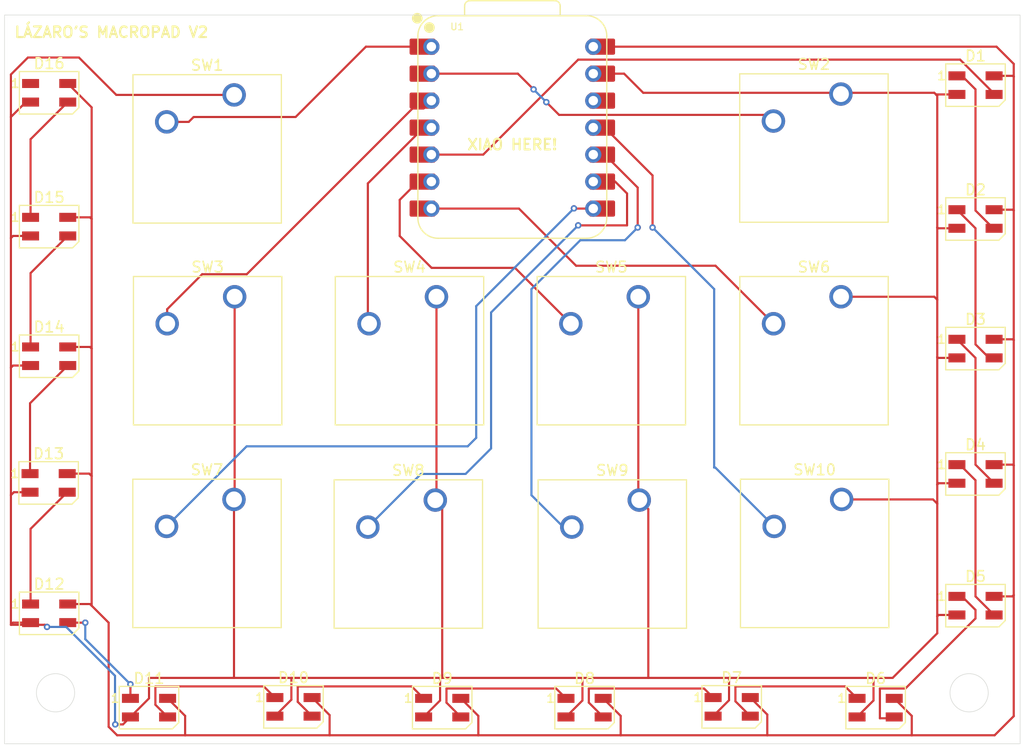
<source format=kicad_pcb>
(kicad_pcb (version 20241229) (generator "pcbnew") (generator_version "9.0")
  (layers (0 "F.Cu" signal) (2 "B.Cu" signal) (13 "F.Paste" user) (15 "B.Paste" user) (5 "F.SilkS" user "F.Silkscreen") (7 "B.SilkS" user "B.Silkscreen") (1 "F.Mask" user) (3 "B.Mask" user) (25 "Edge.Cuts" user))
  (net 0 "")
  (net 1 "Net-(D1-DIN)")
  (net 2 "Net-(D1-DOUT)")
  (net 3 "+5V")
  (net 4 "GND")
  (net 5 "Net-(D2-DOUT)")
  (net 6 "Net-(U1-GPIO1{slash}RX)")
  (net 7 "Net-(U1-GPIO2{slash}SCK)")
  (net 8 "Net-(U1-GPIO4{slash}MISO)")
  (net 9 "Net-(U1-GPIO3{slash}MOSI)")
  (net 10 "Net-(D3-DOUT)")
  (net 11 "Net-(D4-DOUT)")
  (net 12 "Net-(D5-DOUT)")
  (net 13 "Net-(D6-DOUT)")
  (net 14 "Net-(D7-DOUT)")
  (net 16 "Net-(D8-DOUT)")
  (net 17 "Net-(D10-DIN)")
  (net 18 "Net-(D10-DOUT)")
  (net 19 "Net-(D11-DOUT)")
  (net 20 "Net-(D12-DOUT)")
  (net 21 "Net-(D13-DOUT)")
  (net 22 "Net-(D14-DOUT)")
  (net 23 "Net-(D15-DOUT)")
  (net 25 "Net-(U1-GPIO26{slash}ADC0{slash}A0)")
  (net 26 "Net-(U1-GPIO27{slash}ADC1{slash}A1)")
  (net 27 "Net-(U1-GPIO28{slash}ADC2{slash}A2)")
  (net 28 "Net-(U1-GPIO29{slash}ADC3{slash}A3)")
  (net 29 "Net-(U1-GPIO7{slash}SCL)")
  (net 30 "Net-(U1-GPIO0{slash}TX)")
  (footprint "LED_SMD:LED_SK6812MINI_PLCC4_3.5x3.5mm_P1.75mm" (layer "F.Cu") (at 190.6 102.3)
    (property "Reference" "D3" (at 0 -2.75 0) (layer "F.SilkS"))
    (property "Value" "SK6812MINI")
    (fp_text user "1" (at -3.2 -0.875 0) (layer "F.SilkS") (effects (font (size 0.8 0.8))))
    (pad "1" smd rect (at -1.75 -0.875) (size 1.6 0.85) (layers "F.Cu" "F.Mask" "F.Paste") (net 10 "Net-(D3-DOUT)"))
    (pad "2" smd rect (at -1.75 0.875) (size 1.6 0.85) (layers "F.Cu" "F.Mask" "F.Paste") (net 4 "GND"))
    (pad "3" smd rect (at 1.75 0.875) (size 1.6 0.85) (layers "F.Cu" "F.Mask" "F.Paste") (net 5 "Net-(D2-DOUT)"))
    (pad "4" smd rect (at 1.75 -0.875) (size 1.6 0.85) (layers "F.Cu" "F.Mask" "F.Paste") (net 3 "+5V"))
  )
  (footprint "LED_SMD:LED_SK6812MINI_PLCC4_3.5x3.5mm_P1.75mm" (layer "F.Cu") (at 126.4 136.025)
    (property "Reference" "D10" (at 0 -2.75 0) (layer "F.SilkS"))
    (property "Value" "SK6812MINI")
    (fp_text user "1" (at -3.2 -0.875 0) (layer "F.SilkS") (effects (font (size 0.8 0.8))))
    (pad "1" smd rect (at -1.75 -0.875) (size 1.6 0.85) (layers "F.Cu" "F.Mask" "F.Paste") (net 18 "Net-(D10-DOUT)"))
    (pad "2" smd rect (at -1.75 0.875) (size 1.6 0.85) (layers "F.Cu" "F.Mask" "F.Paste") (net 4 "GND"))
    (pad "3" smd rect (at 1.75 0.875) (size 1.6 0.85) (layers "F.Cu" "F.Mask" "F.Paste") (net 17 "Net-(D10-DIN)"))
    (pad "4" smd rect (at 1.75 -0.875) (size 1.6 0.85) (layers "F.Cu" "F.Mask" "F.Paste") (net 3 "+5V"))
  )
  (footprint "Seeed Studio XIAO Series Library:XIAO-RP2040-DIP" (layer "F.Cu") (at 147 81.5)
    (property "Reference" "U1" (at -5.2 -9.5 0) (layer "F.SilkS") (effects (font (size 0.635 0.635) (thickness 0.1016))))
    (property "Value" "XIAO-RP2040-DIP")
    (pad "1" smd roundrect (at -8.455 -7.62 180) (size 2.432 1.524) (layers "F.Cu" "F.Mask") (roundrect_rratio 0.1) (net 25 "Net-(U1-GPIO26{slash}ADC0{slash}A0)"))
    (pad "1" thru_hole circle (at -7.62 -7.62 180) (size 1.524 1.524) (drill 0.889) (layers "*.Cu" "*.Mask") (net 25 "Net-(U1-GPIO26{slash}ADC0{slash}A0)"))
    (pad "2" smd roundrect (at -8.455 -5.08 180) (size 2.432 1.524) (layers "F.Cu" "F.Mask") (roundrect_rratio 0.1) (net 26 "Net-(U1-GPIO27{slash}ADC1{slash}A1)"))
    (pad "2" thru_hole circle (at -7.62 -5.08 180) (size 1.524 1.524) (drill 0.889) (layers "*.Cu" "*.Mask") (net 26 "Net-(U1-GPIO27{slash}ADC1{slash}A1)"))
    (pad "3" smd roundrect (at -8.455 -2.54 180) (size 2.432 1.524) (layers "F.Cu" "F.Mask") (roundrect_rratio 0.1) (net 27 "Net-(U1-GPIO28{slash}ADC2{slash}A2)"))
    (pad "3" thru_hole circle (at -7.62 -2.54 180) (size 1.524 1.524) (drill 0.889) (layers "*.Cu" "*.Mask") (net 27 "Net-(U1-GPIO28{slash}ADC2{slash}A2)"))
    (pad "4" smd roundrect (at -8.455 0 180) (size 2.432 1.524) (layers "F.Cu" "F.Mask") (roundrect_rratio 0.1) (net 28 "Net-(U1-GPIO29{slash}ADC3{slash}A3)"))
    (pad "4" thru_hole circle (at -7.62 0 180) (size 1.524 1.524) (drill 0.889) (layers "*.Cu" "*.Mask") (net 28 "Net-(U1-GPIO29{slash}ADC3{slash}A3)"))
    (pad "5" smd roundrect (at -8.455 2.54 180) (size 2.432 1.524) (layers "F.Cu" "F.Mask") (roundrect_rratio 0.1) (net 1 "Net-(D1-DIN)"))
    (pad "5" thru_hole circle (at -7.62 2.54 180) (size 1.524 1.524) (drill 0.889) (layers "*.Cu" "*.Mask") (net 1 "Net-(D1-DIN)"))
    (pad "6" smd roundrect (at -8.455 5.08 180) (size 2.432 1.524) (layers "F.Cu" "F.Mask") (roundrect_rratio 0.1) (net 29 "Net-(U1-GPIO7{slash}SCL)"))
    (pad "6" thru_hole circle (at -7.62 5.08 180) (size 1.524 1.524) (drill 0.889) (layers "*.Cu" "*.Mask") (net 29 "Net-(U1-GPIO7{slash}SCL)"))
    (pad "7" smd roundrect (at -8.455 7.62 180) (size 2.432 1.524) (layers "F.Cu" "F.Mask") (roundrect_rratio 0.1) (net 30 "Net-(U1-GPIO0{slash}TX)"))
    (pad "7" thru_hole circle (at -7.62 7.62 180) (size 1.524 1.524) (drill 0.889) (layers "*.Cu" "*.Mask") (net 30 "Net-(U1-GPIO0{slash}TX)"))
    (pad "8" thru_hole circle (at 7.62 7.62) (size 1.524 1.524) (drill 0.889) (layers "*.Cu" "*.Mask") (net 6 "Net-(U1-GPIO1{slash}RX)"))
    (pad "8" smd roundrect (at 8.455 7.62) (size 2.432 1.524) (layers "F.Cu" "F.Mask") (roundrect_rratio 0.1) (net 6 "Net-(U1-GPIO1{slash}RX)"))
    (pad "9" thru_hole circle (at 7.62 5.08) (size 1.524 1.524) (drill 0.889) (layers "*.Cu" "*.Mask") (net 7 "Net-(U1-GPIO2{slash}SCK)"))
    (pad "9" smd roundrect (at 8.455 5.08) (size 2.432 1.524) (layers "F.Cu" "F.Mask") (roundrect_rratio 0.1) (net 7 "Net-(U1-GPIO2{slash}SCK)"))
    (pad "10" thru_hole circle (at 7.62 2.54) (size 1.524 1.524) (drill 0.889) (layers "*.Cu" "*.Mask") (net 8 "Net-(U1-GPIO4{slash}MISO)"))
    (pad "10" smd roundrect (at 8.455 2.54) (size 2.432 1.524) (layers "F.Cu" "F.Mask") (roundrect_rratio 0.1) (net 8 "Net-(U1-GPIO4{slash}MISO)"))
    (pad "11" thru_hole circle (at 7.62 0) (size 1.524 1.524) (drill 0.889) (layers "*.Cu" "*.Mask") (net 9 "Net-(U1-GPIO3{slash}MOSI)"))
    (pad "11" smd roundrect (at 8.455 0) (size 2.432 1.524) (layers "F.Cu" "F.Mask") (roundrect_rratio 0.1) (net 9 "Net-(U1-GPIO3{slash}MOSI)"))
    (pad "12" thru_hole circle (at 7.62 -2.54) (size 1.524 1.524) (drill 0.889) (layers "*.Cu" "*.Mask"))
    (pad "12" smd roundrect (at 8.455 -2.54) (size 2.432 1.524) (layers "F.Cu" "F.Mask") (roundrect_rratio 0.1))
    (pad "13" thru_hole circle (at 7.62 -5.08) (size 1.524 1.524) (drill 0.889) (layers "*.Cu" "*.Mask") (net 4 "GND"))
    (pad "13" smd roundrect (at 8.455 -5.08) (size 2.432 1.524) (layers "F.Cu" "F.Mask") (roundrect_rratio 0.1) (net 4 "GND"))
    (pad "14" thru_hole circle (at 7.62 -7.62) (size 1.524 1.524) (drill 0.889) (layers "*.Cu" "*.Mask") (net 3 "+5V"))
    (pad "14" smd roundrect (at 8.455 -7.62) (size 2.432 1.524) (layers "F.Cu" "F.Mask") (roundrect_rratio 0.1) (net 3 "+5V"))
  )
  (footprint "Button_Switch_Keyboard:SW_Cherry_MX_1.00u_PCB" (layer "F.Cu") (at 177.93 78.34)
    (property "Reference" "SW2" (at -2.54 -2.794 0) (layer "F.SilkS"))
    (property "Value" "SW_Push")
    (pad "" np_thru_hole circle (at -7.62 5.08) (size 1.7 1.7) (drill 1.7) (layers "*.Cu" "*.Mask"))
    (pad "" np_thru_hole circle (at -2.54 5.08) (size 4 4) (drill 4) (layers "*.Cu" "*.Mask"))
    (pad "" np_thru_hole circle (at 2.54 5.08) (size 1.7 1.7) (drill 1.7) (layers "*.Cu" "*.Mask"))
    (pad "1" thru_hole circle (at 0 0) (size 2.2 2.2) (drill 1.5) (layers "*.Cu" "*.Mask") (net 4 "GND"))
    (pad "2" thru_hole circle (at -6.35 2.54) (size 2.2 2.2) (drill 1.5) (layers "*.Cu" "*.Mask") (net 26 "Net-(U1-GPIO27{slash}ADC1{slash}A1)"))
  )
  (footprint "LED_SMD:LED_SK6812MINI_PLCC4_3.5x3.5mm_P1.75mm" (layer "F.Cu") (at 190.6 126.5)
    (property "Reference" "D5" (at 0 -2.75 0) (layer "F.SilkS"))
    (property "Value" "SK6812MINI")
    (fp_text user "1" (at -3.2 -0.875 0) (layer "F.SilkS") (effects (font (size 0.8 0.8))))
    (pad "1" smd rect (at -1.75 -0.875) (size 1.6 0.85) (layers "F.Cu" "F.Mask" "F.Paste") (net 12 "Net-(D5-DOUT)"))
    (pad "2" smd rect (at -1.75 0.875) (size 1.6 0.85) (layers "F.Cu" "F.Mask" "F.Paste") (net 4 "GND"))
    (pad "3" smd rect (at 1.75 0.875) (size 1.6 0.85) (layers "F.Cu" "F.Mask" "F.Paste") (net 11 "Net-(D4-DOUT)"))
    (pad "4" smd rect (at 1.75 -0.875) (size 1.6 0.85) (layers "F.Cu" "F.Mask" "F.Paste") (net 3 "+5V"))
  )
  (footprint "LED_SMD:LED_SK6812MINI_PLCC4_3.5x3.5mm_P1.75mm" (layer "F.Cu") (at 103.35 114.945)
    (property "Reference" "D13" (at 0 -2.75 0) (layer "F.SilkS"))
    (property "Value" "SK6812MINI")
    (fp_text user "1" (at -3.2 -0.875 0) (layer "F.SilkS") (effects (font (size 0.8 0.8))))
    (pad "1" smd rect (at -1.75 -0.875) (size 1.6 0.85) (layers "F.Cu" "F.Mask" "F.Paste") (net 21 "Net-(D13-DOUT)"))
    (pad "2" smd rect (at -1.75 0.875) (size 1.6 0.85) (layers "F.Cu" "F.Mask" "F.Paste") (net 4 "GND"))
    (pad "3" smd rect (at 1.75 0.875) (size 1.6 0.85) (layers "F.Cu" "F.Mask" "F.Paste") (net 20 "Net-(D12-DOUT)"))
    (pad "4" smd rect (at 1.75 -0.875) (size 1.6 0.85) (layers "F.Cu" "F.Mask" "F.Paste") (net 3 "+5V"))
  )
  (footprint "Button_Switch_Keyboard:SW_Cherry_MX_1.00u_PCB" (layer "F.Cu") (at 120.86 97.42)
    (property "Reference" "SW3" (at -2.54 -2.794 0) (layer "F.SilkS"))
    (property "Value" "SW_Push")
    (pad "" np_thru_hole circle (at -7.62 5.08) (size 1.7 1.7) (drill 1.7) (layers "*.Cu" "*.Mask"))
    (pad "" np_thru_hole circle (at -2.54 5.08) (size 4 4) (drill 4) (layers "*.Cu" "*.Mask"))
    (pad "" np_thru_hole circle (at 2.54 5.08) (size 1.7 1.7) (drill 1.7) (layers "*.Cu" "*.Mask"))
    (pad "1" thru_hole circle (at 0 0) (size 2.2 2.2) (drill 1.5) (layers "*.Cu" "*.Mask") (net 4 "GND"))
    (pad "2" thru_hole circle (at -6.35 2.54) (size 2.2 2.2) (drill 1.5) (layers "*.Cu" "*.Mask") (net 27 "Net-(U1-GPIO28{slash}ADC2{slash}A2)"))
  )
  (footprint "LED_SMD:LED_SK6812MINI_PLCC4_3.5x3.5mm_P1.75mm" (layer "F.Cu") (at 140.4 136.1)
    (property "Reference" "D9" (at 0 -2.75 0) (layer "F.SilkS"))
    (property "Value" "SK6812MINI")
    (fp_text user "1" (at -3.2 -0.875 0) (layer "F.SilkS") (effects (font (size 0.8 0.8))))
    (pad "1" smd rect (at -1.75 -0.875) (size 1.6 0.85) (layers "F.Cu" "F.Mask" "F.Paste") (net 17 "Net-(D10-DIN)"))
    (pad "2" smd rect (at -1.75 0.875) (size 1.6 0.85) (layers "F.Cu" "F.Mask" "F.Paste") (net 4 "GND"))
    (pad "3" smd rect (at 1.75 0.875) (size 1.6 0.85) (layers "F.Cu" "F.Mask" "F.Paste") (net 16 "Net-(D8-DOUT)"))
    (pad "4" smd rect (at 1.75 -0.875) (size 1.6 0.85) (layers "F.Cu" "F.Mask" "F.Paste") (net 3 "+5V"))
  )
  (footprint "LED_SMD:LED_SK6812MINI_PLCC4_3.5x3.5mm_P1.75mm" (layer "F.Cu") (at 190.6 114.1)
    (property "Reference" "D4" (at 0 -2.75 0) (layer "F.SilkS"))
    (property "Value" "SK6812MINI")
    (fp_text user "1" (at -3.2 -0.875 0) (layer "F.SilkS") (effects (font (size 0.8 0.8))))
    (pad "1" smd rect (at -1.75 -0.875) (size 1.6 0.85) (layers "F.Cu" "F.Mask" "F.Paste") (net 11 "Net-(D4-DOUT)"))
    (pad "2" smd rect (at -1.75 0.875) (size 1.6 0.85) (layers "F.Cu" "F.Mask" "F.Paste") (net 4 "GND"))
    (pad "3" smd rect (at 1.75 0.875) (size 1.6 0.85) (layers "F.Cu" "F.Mask" "F.Paste") (net 10 "Net-(D3-DOUT)"))
    (pad "4" smd rect (at 1.75 -0.875) (size 1.6 0.85) (layers "F.Cu" "F.Mask" "F.Paste") (net 3 "+5V"))
  )
  (footprint "LED_SMD:LED_SK6812MINI_PLCC4_3.5x3.5mm_P1.75mm" (layer "F.Cu") (at 181.2 136.1)
    (property "Reference" "D6" (at 0 -2.75 0) (layer "F.SilkS"))
    (property "Value" "SK6812MINI")
    (fp_text user "1" (at -3.2 -0.875 0) (layer "F.SilkS") (effects (font (size 0.8 0.8))))
    (pad "1" smd rect (at -1.75 -0.875) (size 1.6 0.85) (layers "F.Cu" "F.Mask" "F.Paste") (net 13 "Net-(D6-DOUT)"))
    (pad "2" smd rect (at -1.75 0.875) (size 1.6 0.85) (layers "F.Cu" "F.Mask" "F.Paste") (net 4 "GND"))
    (pad "3" smd rect (at 1.75 0.875) (size 1.6 0.85) (layers "F.Cu" "F.Mask" "F.Paste") (net 12 "Net-(D5-DOUT)"))
    (pad "4" smd rect (at 1.75 -0.875) (size 1.6 0.85) (layers "F.Cu" "F.Mask" "F.Paste") (net 3 "+5V"))
  )
  (footprint "LED_SMD:LED_SK6812MINI_PLCC4_3.5x3.5mm_P1.75mm" (layer "F.Cu") (at 153.8 136.1)
    (property "Reference" "D8" (at 0 -2.75 0) (layer "F.SilkS"))
    (property "Value" "SK6812MINI")
    (fp_text user "1" (at -3.2 -0.875 0) (layer "F.SilkS") (effects (font (size 0.8 0.8))))
    (pad "1" smd rect (at -1.75 -0.875) (size 1.6 0.85) (layers "F.Cu" "F.Mask" "F.Paste") (net 16 "Net-(D8-DOUT)"))
    (pad "2" smd rect (at -1.75 0.875) (size 1.6 0.85) (layers "F.Cu" "F.Mask" "F.Paste") (net 4 "GND"))
    (pad "3" smd rect (at 1.75 0.875) (size 1.6 0.85) (layers "F.Cu" "F.Mask" "F.Paste") (net 14 "Net-(D7-DOUT)"))
    (pad "4" smd rect (at 1.75 -0.875) (size 1.6 0.85) (layers "F.Cu" "F.Mask" "F.Paste") (net 3 "+5V"))
  )
  (footprint "Button_Switch_Keyboard:SW_Cherry_MX_1.00u_PCB" (layer "F.Cu") (at 178 116.5)
    (property "Reference" "SW10" (at -2.54 -2.794 0) (layer "F.SilkS"))
    (property "Value" "SW_Push")
    (pad "" np_thru_hole circle (at -7.62 5.08) (size 1.7 1.7) (drill 1.7) (layers "*.Cu" "*.Mask"))
    (pad "" np_thru_hole circle (at -2.54 5.08) (size 4 4) (drill 4) (layers "*.Cu" "*.Mask"))
    (pad "" np_thru_hole circle (at 2.54 5.08) (size 1.7 1.7) (drill 1.7) (layers "*.Cu" "*.Mask"))
    (pad "1" thru_hole circle (at 0 0) (size 2.2 2.2) (drill 1.5) (layers "*.Cu" "*.Mask") (net 4 "GND"))
    (pad "2" thru_hole circle (at -6.35 2.54) (size 2.2 2.2) (drill 1.5) (layers "*.Cu" "*.Mask") (net 9 "Net-(U1-GPIO3{slash}MOSI)"))
  )
  (footprint "Button_Switch_Keyboard:SW_Cherry_MX_1.00u_PCB" (layer "F.Cu") (at 158.95 116.56)
    (property "Reference" "SW9" (at -2.54 -2.794 0) (layer "F.SilkS"))
    (property "Value" "SW_Push")
    (pad "" np_thru_hole circle (at -7.62 5.08) (size 1.7 1.7) (drill 1.7) (layers "*.Cu" "*.Mask"))
    (pad "" np_thru_hole circle (at -2.54 5.08) (size 4 4) (drill 4) (layers "*.Cu" "*.Mask"))
    (pad "" np_thru_hole circle (at 2.54 5.08) (size 1.7 1.7) (drill 1.7) (layers "*.Cu" "*.Mask"))
    (pad "1" thru_hole circle (at 0 0) (size 2.2 2.2) (drill 1.5) (layers "*.Cu" "*.Mask") (net 4 "GND"))
    (pad "2" thru_hole circle (at -6.35 2.54) (size 2.2 2.2) (drill 1.5) (layers "*.Cu" "*.Mask") (net 8 "Net-(U1-GPIO4{slash}MISO)"))
  )
  (footprint "LED_SMD:LED_SK6812MINI_PLCC4_3.5x3.5mm_P1.75mm" (layer "F.Cu") (at 112.8 136.1)
    (property "Reference" "D11" (at 0 -2.75 0) (layer "F.SilkS"))
    (property "Value" "SK6812MINI")
    (fp_text user "1" (at -3.2 -0.875 0) (layer "F.SilkS") (effects (font (size 0.8 0.8))))
    (pad "1" smd rect (at -1.75 -0.875) (size 1.6 0.85) (layers "F.Cu" "F.Mask" "F.Paste") (net 19 "Net-(D11-DOUT)"))
    (pad "2" smd rect (at -1.75 0.875) (size 1.6 0.85) (layers "F.Cu" "F.Mask" "F.Paste") (net 4 "GND"))
    (pad "3" smd rect (at 1.75 0.875) (size 1.6 0.85) (layers "F.Cu" "F.Mask" "F.Paste") (net 18 "Net-(D10-DOUT)"))
    (pad "4" smd rect (at 1.75 -0.875) (size 1.6 0.85) (layers "F.Cu" "F.Mask" "F.Paste") (net 3 "+5V"))
  )
  (footprint "LED_SMD:LED_SK6812MINI_PLCC4_3.5x3.5mm_P1.75mm" (layer "F.Cu") (at 103.4 78.22)
    (property "Reference" "D16" (at 0 -2.75 0) (layer "F.SilkS"))
    (property "Value" "SK6812MINI")
    (fp_text user "1" (at -3.2 -0.875 0) (layer "F.SilkS") (effects (font (size 0.8 0.8))))
    (pad "1" smd rect (at -1.75 -0.875) (size 1.6 0.85) (layers "F.Cu" "F.Mask" "F.Paste"))
    (pad "2" smd rect (at -1.75 0.875) (size 1.6 0.85) (layers "F.Cu" "F.Mask" "F.Paste") (net 4 "GND"))
    (pad "3" smd rect (at 1.75 0.875) (size 1.6 0.85) (layers "F.Cu" "F.Mask" "F.Paste") (net 23 "Net-(D15-DOUT)"))
    (pad "4" smd rect (at 1.75 -0.875) (size 1.6 0.85) (layers "F.Cu" "F.Mask" "F.Paste") (net 3 "+5V"))
  )
  (footprint "LED_SMD:LED_SK6812MINI_PLCC4_3.5x3.5mm_P1.75mm" (layer "F.Cu") (at 103.4 103.02)
    (property "Reference" "D14" (at 0 -2.75 0) (layer "F.SilkS"))
    (property "Value" "SK6812MINI")
    (fp_text user "1" (at -3.2 -0.875 0) (layer "F.SilkS") (effects (font (size 0.8 0.8))))
    (pad "1" smd rect (at -1.75 -0.875) (size 1.6 0.85) (layers "F.Cu" "F.Mask" "F.Paste") (net 22 "Net-(D14-DOUT)"))
    (pad "2" smd rect (at -1.75 0.875) (size 1.6 0.85) (layers "F.Cu" "F.Mask" "F.Paste") (net 4 "GND"))
    (pad "3" smd rect (at 1.75 0.875) (size 1.6 0.85) (layers "F.Cu" "F.Mask" "F.Paste") (net 21 "Net-(D13-DOUT)"))
    (pad "4" smd rect (at 1.75 -0.875) (size 1.6 0.85) (layers "F.Cu" "F.Mask" "F.Paste") (net 3 "+5V"))
  )
  (footprint "LED_SMD:LED_SK6812MINI_PLCC4_3.5x3.5mm_P1.75mm" (layer "F.Cu") (at 167.65 136.025)
    (property "Reference" "D7" (at 0 -2.75 0) (layer "F.SilkS"))
    (property "Value" "SK6812MINI")
    (fp_text user "1" (at -3.2 -0.875 0) (layer "F.SilkS") (effects (font (size 0.8 0.8))))
    (pad "1" smd rect (at -1.75 -0.875) (size 1.6 0.85) (layers "F.Cu" "F.Mask" "F.Paste") (net 14 "Net-(D7-DOUT)"))
    (pad "2" smd rect (at -1.75 0.875) (size 1.6 0.85) (layers "F.Cu" "F.Mask" "F.Paste") (net 4 "GND"))
    (pad "3" smd rect (at 1.75 0.875) (size 1.6 0.85) (layers "F.Cu" "F.Mask" "F.Paste") (net 13 "Net-(D6-DOUT)"))
    (pad "4" smd rect (at 1.75 -0.875) (size 1.6 0.85) (layers "F.Cu" "F.Mask" "F.Paste") (net 3 "+5V"))
  )
  (footprint "Button_Switch_Keyboard:SW_Cherry_MX_1.00u_PCB" (layer "F.Cu") (at 177.94 97.42)
    (property "Reference" "SW6" (at -2.54 -2.794 0) (layer "F.SilkS"))
    (property "Value" "SW_Push")
    (pad "" np_thru_hole circle (at -7.62 5.08) (size 1.7 1.7) (drill 1.7) (layers "*.Cu" "*.Mask"))
    (pad "" np_thru_hole circle (at -2.54 5.08) (size 4 4) (drill 4) (layers "*.Cu" "*.Mask"))
    (pad "" np_thru_hole circle (at 2.54 5.08) (size 1.7 1.7) (drill 1.7) (layers "*.Cu" "*.Mask"))
    (pad "1" thru_hole circle (at 0 0) (size 2.2 2.2) (drill 1.5) (layers "*.Cu" "*.Mask") (net 4 "GND"))
    (pad "2" thru_hole circle (at -6.35 2.54) (size 2.2 2.2) (drill 1.5) (layers "*.Cu" "*.Mask") (net 30 "Net-(U1-GPIO0{slash}TX)"))
  )
  (footprint "Button_Switch_Keyboard:SW_Cherry_MX_1.00u_PCB" (layer "F.Cu") (at 139.75 116.56)
    (property "Reference" "SW8" (at -2.54 -2.794 0) (layer "F.SilkS"))
    (property "Value" "SW_Push")
    (pad "" np_thru_hole circle (at -7.62 5.08) (size 1.7 1.7) (drill 1.7) (layers "*.Cu" "*.Mask"))
    (pad "" np_thru_hole circle (at -2.54 5.08) (size 4 4) (drill 4) (layers "*.Cu" "*.Mask"))
    (pad "" np_thru_hole circle (at 2.54 5.08) (size 1.7 1.7) (drill 1.7) (layers "*.Cu" "*.Mask"))
    (pad "1" thru_hole circle (at 0 0) (size 2.2 2.2) (drill 1.5) (layers "*.Cu" "*.Mask") (net 4 "GND"))
    (pad "2" thru_hole circle (at -6.35 2.54) (size 2.2 2.2) (drill 1.5) (layers "*.Cu" "*.Mask") (net 7 "Net-(U1-GPIO2{slash}SCK)"))
  )
  (footprint "Button_Switch_Keyboard:SW_Cherry_MX_1.00u_PCB" (layer "F.Cu") (at 120.8 116.5)
    (property "Reference" "SW7" (at -2.54 -2.794 0) (layer "F.SilkS"))
    (property "Value" "SW_Push")
    (pad "" np_thru_hole circle (at -7.62 5.08) (size 1.7 1.7) (drill 1.7) (layers "*.Cu" "*.Mask"))
    (pad "" np_thru_hole circle (at -2.54 5.08) (size 4 4) (drill 4) (layers "*.Cu" "*.Mask"))
    (pad "" np_thru_hole circle (at 2.54 5.08) (size 1.7 1.7) (drill 1.7) (layers "*.Cu" "*.Mask"))
    (pad "1" thru_hole circle (at 0 0) (size 2.2 2.2) (drill 1.5) (layers "*.Cu" "*.Mask") (net 4 "GND"))
    (pad "2" thru_hole circle (at -6.35 2.54) (size 2.2 2.2) (drill 1.5) (layers "*.Cu" "*.Mask") (net 6 "Net-(U1-GPIO1{slash}RX)"))
  )
  (footprint "Button_Switch_Keyboard:SW_Cherry_MX_1.00u_PCB" (layer "F.Cu") (at 120.815 78.42)
    (property "Reference" "SW1" (at -2.54 -2.794 0) (layer "F.SilkS"))
    (property "Value" "SW_Push")
    (pad "" np_thru_hole circle (at -7.62 5.08) (size 1.7 1.7) (drill 1.7) (layers "*.Cu" "*.Mask"))
    (pad "" np_thru_hole circle (at -2.54 5.08) (size 4 4) (drill 4) (layers "*.Cu" "*.Mask"))
    (pad "" np_thru_hole circle (at 2.54 5.08) (size 1.7 1.7) (drill 1.7) (layers "*.Cu" "*.Mask"))
    (pad "1" thru_hole circle (at 0 0) (size 2.2 2.2) (drill 1.5) (layers "*.Cu" "*.Mask") (net 4 "GND"))
    (pad "2" thru_hole circle (at -6.35 2.54) (size 2.2 2.2) (drill 1.5) (layers "*.Cu" "*.Mask") (net 25 "Net-(U1-GPIO26{slash}ADC0{slash}A0)"))
  )
  (footprint "LED_SMD:LED_SK6812MINI_PLCC4_3.5x3.5mm_P1.75mm" (layer "F.Cu") (at 190.6 90.1)
    (property "Reference" "D2" (at 0 -2.75 0) (layer "F.SilkS"))
    (property "Value" "SK6812MINI")
    (fp_text user "1" (at -3.2 -0.875 0) (layer "F.SilkS") (effects (font (size 0.8 0.8))))
    (pad "1" smd rect (at -1.75 -0.875) (size 1.6 0.85) (layers "F.Cu" "F.Mask" "F.Paste") (net 5 "Net-(D2-DOUT)"))
    (pad "2" smd rect (at -1.75 0.875) (size 1.6 0.85) (layers "F.Cu" "F.Mask" "F.Paste") (net 4 "GND"))
    (pad "3" smd rect (at 1.75 0.875) (size 1.6 0.85) (layers "F.Cu" "F.Mask" "F.Paste") (net 2 "Net-(D1-DOUT)"))
    (pad "4" smd rect (at 1.75 -0.875) (size 1.6 0.85) (layers "F.Cu" "F.Mask" "F.Paste") (net 3 "+5V"))
  )
  (footprint "Button_Switch_Keyboard:SW_Cherry_MX_1.00u_PCB" (layer "F.Cu") (at 139.86 97.42)
    (property "Reference" "SW4" (at -2.54 -2.794 0) (layer "F.SilkS"))
    (property "Value" "SW_Push")
    (pad "" np_thru_hole circle (at -7.62 5.08) (size 1.7 1.7) (drill 1.7) (layers "*.Cu" "*.Mask"))
    (pad "" np_thru_hole circle (at -2.54 5.08) (size 4 4) (drill 4) (layers "*.Cu" "*.Mask"))
    (pad "" np_thru_hole circle (at 2.54 5.08) (size 1.7 1.7) (drill 1.7) (layers "*.Cu" "*.Mask"))
    (pad "1" thru_hole circle (at 0 0) (size 2.2 2.2) (drill 1.5) (layers "*.Cu" "*.Mask") (net 4 "GND"))
    (pad "2" thru_hole circle (at -6.35 2.54) (size 2.2 2.2) (drill 1.5) (layers "*.Cu" "*.Mask") (net 28 "Net-(U1-GPIO29{slash}ADC3{slash}A3)"))
  )
  (footprint "LED_SMD:LED_SK6812MINI_PLCC4_3.5x3.5mm_P1.75mm" (layer "F.Cu") (at 103.4 127.22)
    (property "Reference" "D12" (at 0 -2.75 0) (layer "F.SilkS"))
    (property "Value" "SK6812MINI")
    (fp_text user "1" (at -3.2 -0.875 0) (layer "F.SilkS") (effects (font (size 0.8 0.8))))
    (pad "1" smd rect (at -1.75 -0.875) (size 1.6 0.85) (layers "F.Cu" "F.Mask" "F.Paste") (net 20 "Net-(D12-DOUT)"))
    (pad "2" smd rect (at -1.75 0.875) (size 1.6 0.85) (layers "F.Cu" "F.Mask" "F.Paste") (net 4 "GND"))
    (pad "3" smd rect (at 1.75 0.875) (size 1.6 0.85) (layers "F.Cu" "F.Mask" "F.Paste") (net 19 "Net-(D11-DOUT)"))
    (pad "4" smd rect (at 1.75 -0.875) (size 1.6 0.85) (layers "F.Cu" "F.Mask" "F.Paste") (net 3 "+5V"))
  )
  (footprint "LED_SMD:LED_SK6812MINI_PLCC4_3.5x3.5mm_P1.75mm" (layer "F.Cu") (at 103.4 90.82)
    (property "Reference" "D15" (at 0 -2.75 0) (layer "F.SilkS"))
    (property "Value" "SK6812MINI")
    (fp_text user "1" (at -3.2 -0.875 0) (layer "F.SilkS") (effects (font (size 0.8 0.8))))
    (pad "1" smd rect (at -1.75 -0.875) (size 1.6 0.85) (layers "F.Cu" "F.Mask" "F.Paste") (net 23 "Net-(D15-DOUT)"))
    (pad "2" smd rect (at -1.75 0.875) (size 1.6 0.85) (layers "F.Cu" "F.Mask" "F.Paste") (net 4 "GND"))
    (pad "3" smd rect (at 1.75 0.875) (size 1.6 0.85) (layers "F.Cu" "F.Mask" "F.Paste") (net 22 "Net-(D14-DOUT)"))
    (pad "4" smd rect (at 1.75 -0.875) (size 1.6 0.85) (layers "F.Cu" "F.Mask" "F.Paste") (net 3 "+5V"))
  )
  (footprint "LED_SMD:LED_SK6812MINI_PLCC4_3.5x3.5mm_P1.75mm" (layer "F.Cu") (at 190.6 77.5)
    (property "Reference" "D1" (at 0 -2.75 0) (layer "F.SilkS"))
    (property "Value" "SK6812MINI")
    (fp_text user "1" (at -3.2 -0.875 0) (layer "F.SilkS") (effects (font (size 0.8 0.8))))
    (pad "1" smd rect (at -1.75 -0.875) (size 1.6 0.85) (layers "F.Cu" "F.Mask" "F.Paste") (net 2 "Net-(D1-DOUT)"))
    (pad "2" smd rect (at -1.75 0.875) (size 1.6 0.85) (layers "F.Cu" "F.Mask" "F.Paste") (net 4 "GND"))
    (pad "3" smd rect (at 1.75 0.875) (size 1.6 0.85) (layers "F.Cu" "F.Mask" "F.Paste") (net 1 "Net-(D1-DIN)"))
    (pad "4" smd rect (at 1.75 -0.875) (size 1.6 0.85) (layers "F.Cu" "F.Mask" "F.Paste") (net 3 "+5V"))
  )
  (footprint "Button_Switch_Keyboard:SW_Cherry_MX_1.00u_PCB" (layer "F.Cu") (at 158.86 97.42)
    (property "Reference" "SW5" (at -2.54 -2.794 0) (layer "F.SilkS"))
    (property "Value" "SW_Push")
    (pad "" np_thru_hole circle (at -7.62 5.08) (size 1.7 1.7) (drill 1.7) (layers "*.Cu" "*.Mask"))
    (pad "" np_thru_hole circle (at -2.54 5.08) (size 4 4) (drill 4) (layers "*.Cu" "*.Mask"))
    (pad "" np_thru_hole circle (at 2.54 5.08) (size 1.7 1.7) (drill 1.7) (layers "*.Cu" "*.Mask"))
    (pad "1" thru_hole circle (at 0 0) (size 2.2 2.2) (drill 1.5) (layers "*.Cu" "*.Mask") (net 4 "GND"))
    (pad "2" thru_hole circle (at -6.35 2.54) (size 2.2 2.2) (drill 1.5) (layers "*.Cu" "*.Mask") (net 29 "Net-(U1-GPIO7{slash}SCL)"))
  )
  (gr_rect (start 99.2 70.9) (end 194.8 139.5) (stroke (width 0.05)) (fill no) (layer "Edge.Cuts"))
  (gr_circle (center 104 134.7) (end 105.8 134.7) (stroke (width 0.05)) (fill no) (layer "Edge.Cuts"))
  (gr_circle (center 190 134.7) (end 191.8 134.7) (stroke (width 0.05)) (fill no) (layer "Edge.Cuts"))
  (gr_text "LÁZARO'S MACROPAD V2" (at 109.26 72.52 0) (layer "F.SilkS") (effects (font (size 1 1) (thickness 0.2) (bold yes))))
  (gr_text "XIAO HERE!" (at 147 83.1 0) (layer "F.SilkS") (effects (font (size 1 1) (thickness 0.2) (bold yes))))
  (segment (start 144.26 84.04) (end 153.2 75.1) (width 0.2) (layer "F.Cu") (net 1))
  (segment (start 189.152 75.1) (end 192.35 78.298) (width 0.2) (layer "F.Cu") (net 1))
  (segment (start 139.38 84.04) (end 144.26 84.04) (width 0.2) (layer "F.Cu") (net 1))
  (segment (start 153.2 75.1) (end 189.152 75.1) (width 0.2) (layer "F.Cu") (net 1))
  (segment (start 192.35 78.298) (end 192.35 78.375) (width 0.2) (layer "F.Cu") (net 1))
  (segment (start 188.85 76.625) (end 189.325 76.625) (width 0.2) (layer "F.Cu") (net 2))
  (segment (start 192.273 90.975) (end 192.35 90.975) (width 0.2) (layer "F.Cu") (net 2))
  (segment (start 190.6 89.302) (end 192.273 90.975) (width 0.2) (layer "F.Cu") (net 2))
  (segment (start 189.325 76.625) (end 190.6 77.9) (width 0.2) (layer "F.Cu") (net 2))
  (segment (start 190.6 77.9) (end 190.6 89.302) (width 0.2) (layer "F.Cu") (net 2))
  (segment (start 194.2 113.3) (end 194.2 125.5) (width 0.2) (layer "F.Cu") (net 3))
  (segment (start 143.8 138.7) (end 129.8 138.7) (width 0.2) (layer "F.Cu") (net 3))
  (segment (start 194.125 101.425) (end 194.2 101.5) (width 0.2) (layer "F.Cu") (net 3))
  (segment (start 155.55 135.225) (end 157.2 136.875) (width 0.2) (layer "F.Cu") (net 3))
  (segment (start 192.58 73.88) (end 194.2 75.5) (width 0.2) (layer "F.Cu") (net 3))
  (segment (start 129.8 138.7) (end 116.2 138.7) (width 0.2) (layer "F.Cu") (net 3))
  (segment (start 194.2 136.9) (end 192.4 138.7) (width 0.2) (layer "F.Cu") (net 3))
  (segment (start 157.2 136.875) (end 157.2 138.7) (width 0.2) (layer "F.Cu") (net 3))
  (segment (start 192.35 101.425) (end 194.125 101.425) (width 0.2) (layer "F.Cu") (net 3))
  (segment (start 143.8 136.875) (end 143.8 138.7) (width 0.2) (layer "F.Cu") (net 3))
  (segment (start 194.125 89.225) (end 194.2 89.3) (width 0.2) (layer "F.Cu") (net 3))
  (segment (start 107.4 126.5) (end 107.4 114.3) (width 0.2) (layer "F.Cu") (net 3))
  (segment (start 116.2 138.7) (end 109.8 138.7) (width 0.2) (layer "F.Cu") (net 3))
  (segment (start 194.2 76.7) (end 194.2 89.3) (width 0.2) (layer "F.Cu") (net 3))
  (segment (start 192.35 89.225) (end 194.125 89.225) (width 0.2) (layer "F.Cu") (net 3))
  (segment (start 192.35 125.625) (end 194.075 125.625) (width 0.2) (layer "F.Cu") (net 3))
  (segment (start 194.075 125.625) (end 194.2 125.5) (width 0.2) (layer "F.Cu") (net 3))
  (segment (start 107.245 102.145) (end 107.4 102.3) (width 0.2) (layer "F.Cu") (net 3))
  (segment (start 107.4 79.595) (end 105.15 77.345) (width 0.2) (layer "F.Cu") (net 3))
  (segment (start 109 137.9) (end 109 128.1) (width 0.2) (layer "F.Cu") (net 3))
  (segment (start 107.245 126.345) (end 107.4 126.5) (width 0.2) (layer "F.Cu") (net 3))
  (segment (start 171 136.75) (end 171 138.7) (width 0.2) (layer "F.Cu") (net 3))
  (segment (start 171 138.7) (end 157.2 138.7) (width 0.2) (layer "F.Cu") (net 3))
  (segment (start 154.62 73.88) (end 192.58 73.88) (width 0.2) (layer "F.Cu") (net 3))
  (segment (start 194.2 75.5) (end 194.2 76.7) (width 0.2) (layer "F.Cu") (net 3))
  (segment (start 157.2 138.7) (end 143.8 138.7) (width 0.2) (layer "F.Cu") (net 3))
  (segment (start 105.15 89.945) (end 107.245 89.945) (width 0.2) (layer "F.Cu") (net 3))
  (segment (start 109 128.1) (end 107.4 126.5) (width 0.2) (layer "F.Cu") (net 3))
  (segment (start 116.2 136.875) (end 116.2 138.7) (width 0.2) (layer "F.Cu") (net 3))
  (segment (start 105.15 102.145) (end 107.245 102.145) (width 0.2) (layer "F.Cu") (net 3))
  (segment (start 107.17 114.07) (end 107.4 114.3) (width 0.2) (layer "F.Cu") (net 3))
  (segment (start 109.8 138.7) (end 109 137.9) (width 0.2) (layer "F.Cu") (net 3))
  (segment (start 105.15 126.345) (end 107.245 126.345) (width 0.2) (layer "F.Cu") (net 3))
  (segment (start 194.125 76.625) (end 194.2 76.7) (width 0.2) (layer "F.Cu") (net 3))
  (segment (start 114.55 135.225) (end 116.2 136.875) (width 0.2) (layer "F.Cu") (net 3))
  (segment (start 169.4 135.15) (end 171 136.75) (width 0.2) (layer "F.Cu") (net 3))
  (segment (start 128.15 135.15) (end 129.8 136.8) (width 0.2) (layer "F.Cu") (net 3))
  (segment (start 194.2 101.5) (end 194.2 113.3) (width 0.2) (layer "F.Cu") (net 3))
  (segment (start 194.125 113.225) (end 194.2 113.3) (width 0.2) (layer "F.Cu") (net 3))
  (segment (start 107.4 114.3) (end 107.4 102.3) (width 0.2) (layer "F.Cu") (net 3))
  (segment (start 184.6 136.875) (end 184.6 138.7) (width 0.2) (layer "F.Cu") (net 3))
  (segment (start 142.15 135.225) (end 143.8 136.875) (width 0.2) (layer "F.Cu") (net 3))
  (segment (start 194.2 89.3) (end 194.2 101.5) (width 0.2) (layer "F.Cu") (net 3))
  (segment (start 194.2 125.5) (end 194.2 136.9) (width 0.2) (layer "F.Cu") (net 3))
  (segment (start 192.35 113.225) (end 194.125 113.225) (width 0.2) (layer "F.Cu") (net 3))
  (segment (start 107.4 90.1) (end 107.4 79.595) (width 0.2) (layer "F.Cu") (net 3))
  (segment (start 105.1 114.07) (end 107.17 114.07) (width 0.2) (layer "F.Cu") (net 3))
  (segment (start 192.35 76.625) (end 194.125 76.625) (width 0.2) (layer "F.Cu") (net 3))
  (segment (start 107.245 89.945) (end 107.4 90.1) (width 0.2) (layer "F.Cu") (net 3))
  (segment (start 182.95 135.225) (end 184.6 136.875) (width 0.2) (layer "F.Cu") (net 3))
  (segment (start 184.6 138.7) (end 171 138.7) (width 0.2) (layer "F.Cu") (net 3))
  (segment (start 129.8 136.8) (end 129.8 138.7) (width 0.2) (layer "F.Cu") (net 3))
  (segment (start 192.4 138.7) (end 184.6 138.7) (width 0.2) (layer "F.Cu") (net 3))
  (segment (start 107.4 102.3) (end 107.4 90.1) (width 0.2) (layer "F.Cu") (net 3))
  (segment (start 159.32 78.22) (end 157.52 76.42) (width 0.2) (layer "F.Cu") (net 4))
  (segment (start 126.2 133.3) (end 140.2 133.3) (width 0.2) (layer "F.Cu") (net 4))
  (segment (start 187 90.9) (end 187 78.5) (width 0.2) (layer "F.Cu") (net 4))
  (segment (start 187.075 90.975) (end 187 90.9) (width 0.2) (layer "F.Cu") (net 4))
  (segment (start 140.2 135.425) (end 140.2 133.3) (width 0.2) (layer "F.Cu") (net 4))
  (segment (start 178 116.5) (end 186.6 116.5) (width 0.2) (layer "F.Cu") (net 4))
  (segment (start 99.8 76.5) (end 99.8 80.5) (width 0.2) (layer "F.Cu") (net 4))
  (segment (start 112.8 133.3) (end 120.8 133.3) (width 0.2) (layer "F.Cu") (net 4))
  (segment (start 140.2 133.3) (end 140.4 133.3) (width 0.2) (layer "F.Cu") (net 4))
  (segment (start 124.65 136.9) (end 126.2 135.35) (width 0.2) (layer "F.Cu") (net 4))
  (segment (start 138.65 136.975) (end 140.2 135.425) (width 0.2) (layer "F.Cu") (net 4))
  (segment (start 187.075 103.175) (end 187 103.1) (width 0.2) (layer "F.Cu") (net 4))
  (segment (start 101.205 79.095) (end 99.8 80.5) (width 0.2) (layer "F.Cu") (net 4))
  (segment (start 139.86 97.42) (end 139.86 116.45) (width 0.2) (layer "F.Cu") (net 4))
  (segment (start 177.94 97.42) (end 186.72 97.42) (width 0.2) (layer "F.Cu") (net 4))
  (segment (start 186.72 78.22) (end 178.02 78.22) (width 0.2) (layer "F.Cu") (net 4))
  (segment (start 187 116.9) (end 187 115.1) (width 0.2) (layer "F.Cu") (net 4))
  (segment (start 101.65 103.895) (end 100.005 103.895) (width 0.2) (layer "F.Cu") (net 4))
  (segment (start 106.2 74.9) (end 101.4 74.9) (width 0.2) (layer "F.Cu") (net 4))
  (segment (start 167.4 135.4) (end 167.4 133.3) (width 0.2) (layer "F.Cu") (net 4))
  (segment (start 188.85 90.975) (end 187.075 90.975) (width 0.2) (layer "F.Cu") (net 4))
  (segment (start 140.4 117.21) (end 140.4 133.3) (width 0.2) (layer "F.Cu") (net 4))
  (segment (start 187 127.5) (end 187 116.9) (width 0.2) (layer "F.Cu") (net 4))
  (segment (start 153.6 135.425) (end 153.6 133.3) (width 0.2) (layer "F.Cu") (net 4))
  (segment (start 101.65 91.695) (end 100.005 91.695) (width 0.2) (layer "F.Cu") (net 4))
  (segment (start 182.8 133.3) (end 186.6 129.5) (width 0.2) (layer "F.Cu") (net 4))
  (segment (start 167.4 133.3) (end 181 133.3) (width 0.2) (layer "F.Cu") (net 4))
  (segment (start 99.8 116.1) (end 99.8 128.3) (width 0.2) (layer "F.Cu") (net 4))
  (segment (start 152.05 136.975) (end 153.6 135.425) (width 0.2) (layer "F.Cu") (net 4))
  (segment (start 188.85 103.175) (end 187.075 103.175) (width 0.2) (layer "F.Cu") (net 4))
  (segment (start 109.72 78.42) (end 106.2 74.9) (width 0.2) (layer "F.Cu") (net 4))
  (segment (start 120.86 97.42) (end 120.86 116.44) (width 0.2) (layer "F.Cu") (net 4))
  (segment (start 139.75 116.56) (end 140.4 117.21) (width 0.2) (layer "F.Cu") (net 4))
  (segment (start 126.2 135.35) (end 126.2 133.3) (width 0.2) (layer "F.Cu") (net 4))
  (segment (start 120.86 116.44) (end 120.8 116.5) (width 0.2) (layer "F.Cu") (net 4))
  (segment (start 100.005 128.095) (end 99.8 128.3) (width 0.2) (layer "F.Cu") (net 4))
  (segment (start 186.72 97.42) (end 187 97.7) (width 0.2) (layer "F.Cu") (net 4))
  (segment (start 186.925 78.375) (end 186.9 78.4) (width 0.2) (layer "F.Cu") (net 4))
  (segment (start 186.9 78.4) (end 186.72 78.22) (width 0.2) (layer "F.Cu") (net 4))
  (segment (start 139.86 116.45) (end 139.75 116.56) (width 0.2) (layer "F.Cu") (net 4))
  (segment (start 181 135.425) (end 181 133.3) (width 0.2) (layer "F.Cu") (net 4))
  (segment (start 187 129.1) (end 187 127.5) (width 0.2) (layer "F.Cu") (net 4))
  (segment (start 100.005 91.695) (end 99.8 91.9) (width 0.2) (layer "F.Cu") (net 4))
  (segment (start 187 115.1) (end 187 103.1) (width 0.2) (layer "F.Cu") (net 4))
  (segment (start 187 103.1) (end 187 97.7) (width 0.2) (layer "F.Cu") (net 4))
  (segment (start 187.125 127.375) (end 187 127.5) (width 0.2) (layer "F.Cu") (net 4))
  (segment (start 186.6 116.5) (end 187 116.9) (width 0.2) (layer "F.Cu") (net 4))
  (segment (start 101.4 74.9) (end 99.8 76.5) (width 0.2) (layer "F.Cu") (net 4))
  (segment (start 110.349265 137.675735) (end 111.05 136.975) (width 0.2) (layer "F.Cu") (net 4))
  (segment (start 99.8 91.9) (end 99.8 104.1) (width 0.2) (layer "F.Cu") (net 4))
  (segment (start 188.85 114.975) (end 187.125 114.975) (width 0.2) (layer "F.Cu") (net 4))
  (segment (start 181 133.3) (end 182.8 133.3) (width 0.2) (layer "F.Cu") (net 4))
  (segment (start 188.85 127.375) (end 187.125 127.375) (width 0.2) (layer "F.Cu") (net 4))
  (segment (start 112.8 135.225) (end 112.8 133.3) (width 0.2) (layer "F.Cu") (net 4))
  (segment (start 187 78.5) (end 186.9 78.4) (width 0.2) (layer "F.Cu") (net 4))
  (segment (start 165.9 136.9) (end 167.4 135.4) (width 0.2) (layer "F.Cu") (net 4))
  (segment (start 111.05 136.975) (end 112.8 135.225) (width 0.2) (layer "F.Cu") (net 4))
  (segment (start 103.2 128.5) (end 103 128.3) (width 0.2) (layer "F.Cu") (net 4))
  (segment (start 157.52 76.42) (end 154.62 76.42) (width 0.2) (layer "F.Cu") (net 4))
  (segment (start 187 97.7) (end 187 90.9) (width 0.2) (layer "F.Cu") (net 4))
  (segment (start 103 128.3) (end 99.8 128.3) (width 0.2) (layer "F.Cu") (net 4))
  (segment (start 120.8 116.5) (end 120.8 133.3) (width 0.2) (layer "F.Cu") (net 4))
  (segment (start 188.85 78.375) (end 186.925 78.375) (width 0.2) (layer "F.Cu") (net 4))
  (segment (start 187.125 114.975) (end 187 115.1) (width 0.2) (layer "F.Cu") (net 4))
  (segment (start 177.94 116.44) (end 178 116.5) (width 0.2) (layer "F.Cu") (net 4))
  (segment (start 159.8 117.41) (end 159.8 133.3) (width 0.2) (layer "F.Cu") (net 4))
  (segment (start 158.86 116.47) (end 158.95 116.56) (width 0.2) (layer "F.Cu") (net 4))
  (segment (start 140.4 133.3) (end 153.6 133.3) (width 0.2) (layer "F.Cu") (net 4))
  (segment (start 158.95 116.56) (end 159.8 117.41) (width 0.2) (layer "F.Cu") (net 4))
  (segment (start 101.65 79.095) (end 101.205 79.095) (width 0.2) (layer "F.Cu") (net 4))
  (segment (start 186.6 129.5) (end 187 129.1) (width 0.2) (layer "F.Cu") (net 4))
  (segment (start 178.02 78.22) (end 159.32 78.22) (width 0.2) (layer "F.Cu") (net 4))
  (segment (start 100.08 115.82) (end 99.8 116.1) (width 0.2) (layer "F.Cu") (net 4))
  (segment (start 101.65 128.095) (end 100.005 128.095) (width 0.2) (layer "F.Cu") (net 4))
  (segment (start 99.8 104.1) (end 99.8 116.1) (width 0.2) (layer "F.Cu") (net 4))
  (segment (start 120.815 78.42) (end 109.72 78.42) (width 0.2) (layer "F.Cu") (net 4))
  (segment (start 153.6 133.3) (end 159.8 133.3) (width 0.2) (layer "F.Cu") (net 4))
  (segment (start 99.8 80.5) (end 99.8 91.9) (width 0.2) (layer "F.Cu") (net 4))
  (segment (start 109.624265 137.675735) (end 110.349265 137.675735) (width 0.2) (layer "F.Cu") (net 4))
  (segment (start 159.8 133.3) (end 167.4 133.3) (width 0.2) (layer "F.Cu") (net 4))
  (segment (start 158.86 97.42) (end 158.86 116.47) (width 0.2) (layer "F.Cu") (net 4))
  (segment (start 100.005 103.895) (end 99.8 104.1) (width 0.2) (layer "F.Cu") (net 4))
  (segment (start 101.6 115.82) (end 100.08 115.82) (width 0.2) (layer "F.Cu") (net 4))
  (segment (start 120.8 133.3) (end 126.2 133.3) (width 0.2) (layer "F.Cu") (net 4))
  (segment (start 179.45 136.975) (end 181 135.425) (width 0.2) (layer "F.Cu") (net 4))
  (via (at 103.2 128.5) (size 0.6) (drill 0.3) (layers "F.Cu" "B.Cu") (net 4))
  (via (at 109.624265 137.675735) (size 0.6) (drill 0.3) (layers "F.Cu" "B.Cu") (net 4))
  (segment (start 109.6 133.1) (end 109.6 137.7) (width 0.2) (layer "B.Cu") (net 4))
  (segment (start 103.2 128.5) (end 105 128.5) (width 0.2) (layer "B.Cu") (net 4))
  (segment (start 105 128.5) (end 109.6 133.1) (width 0.2) (layer "B.Cu") (net 4))
  (segment (start 109.6 137.7) (end 109.624265 137.675735) (width 0.2) (layer "B.Cu") (net 4))
  (segment (start 188.85 89.225) (end 190.6 90.975) (width 0.2) (layer "F.Cu") (net 5))
  (segment (start 190.6 101.9) (end 191.875 103.175) (width 0.2) (layer "F.Cu") (net 5))
  (segment (start 190.6 90.975) (end 190.6 101.9) (width 0.2) (layer "F.Cu") (net 5))
  (segment (start 191.875 103.175) (end 192.35 103.175) (width 0.2) (layer "F.Cu") (net 5))
  (segment (start 152.82 89.12) (end 152.8 89.1) (width 0.2) (layer "F.Cu") (net 6))
  (segment (start 154.62 89.12) (end 152.82 89.12) (width 0.2) (layer "F.Cu") (net 6))
  (via (at 152.8 89.1) (size 0.6) (drill 0.3) (layers "F.Cu" "B.Cu") (net 6))
  (segment (start 142.8 111.5) (end 121.99 111.5) (width 0.2) (layer "B.Cu") (net 6))
  (segment (start 152.8 89.1) (end 143.6 98.3) (width 0.2) (layer "B.Cu") (net 6))
  (segment (start 143.6 110.7) (end 142.8 111.5) (width 0.2) (layer "B.Cu") (net 6))
  (segment (start 121.99 111.5) (end 114.45 119.04) (width 0.2) (layer "B.Cu") (net 6))
  (segment (start 143.6 98.3) (end 143.6 110.7) (width 0.2) (layer "B.Cu") (net 6))
  (segment (start 156.68 86.58) (end 157.8 87.7) (width 0.2) (layer "F.Cu") (net 7))
  (segment (start 154.62 86.58) (end 156.68 86.58) (width 0.2) (layer "F.Cu") (net 7))
  (segment (start 157.8 90.7) (end 153.2 90.7) (width 0.2) (layer "F.Cu") (net 7))
  (segment (start 157.8 87.7) (end 157.8 90.7) (width 0.2) (layer "F.Cu") (net 7))
  (via (at 153.2 90.7) (size 0.6) (drill 0.3) (layers "F.Cu" "B.Cu") (net 7))
  (segment (start 145 111.7) (end 142.6 114.1) (width 0.2) (layer "B.Cu") (net 7))
  (segment (start 145 98.9) (end 145 111.7) (width 0.2) (layer "B.Cu") (net 7))
  (segment (start 142.6 114.1) (end 138.4 114.1) (width 0.2) (layer "B.Cu") (net 7))
  (segment (start 138.4 114.1) (end 133.4 119.1) (width 0.2) (layer "B.Cu") (net 7))
  (segment (start 153.2 90.7) (end 145 98.9) (width 0.2) (layer "B.Cu") (net 7))
  (segment (start 154.62 84.04) (end 155.69763 84.04) (width 0.2) (layer "F.Cu") (net 8))
  (segment (start 158.8 87.14237) (end 158.8 90.9) (width 0.2) (layer "F.Cu") (net 8))
  (segment (start 155.69763 84.04) (end 158.8 87.14237) (width 0.2) (layer "F.Cu") (net 8))
  (via (at 158.8 90.9) (size 0.6) (drill 0.3) (layers "F.Cu" "B.Cu") (net 8))
  (segment (start 153.4 92.1) (end 148.8 96.7) (width 0.2) (layer "B.Cu") (net 8))
  (segment (start 148.8 96.7) (end 148.8 116.1) (width 0.2) (layer "B.Cu") (net 8))
  (segment (start 148.8 116.1) (end 151.8 119.1) (width 0.2) (layer "B.Cu") (net 8))
  (segment (start 158.8 90.9) (end 157.6 92.1) (width 0.2) (layer "B.Cu") (net 8))
  (segment (start 157.6 92.1) (end 153.4 92.1) (width 0.2) (layer "B.Cu") (net 8))
  (segment (start 151.8 119.1) (end 152.6 119.1) (width 0.2) (layer "B.Cu") (net 8))
  (segment (start 155.69763 81.5) (end 160.2 86.00237) (width 0.2) (layer "F.Cu") (net 9))
  (segment (start 154.62 81.5) (end 155.69763 81.5) (width 0.2) (layer "F.Cu") (net 9))
  (segment (start 160.2 86.00237) (end 160.2 90.9) (width 0.2) (layer "F.Cu") (net 9))
  (via (at 160.2 90.9) (size 0.6) (drill 0.3) (layers "F.Cu" "B.Cu") (net 9))
  (segment (start 166.11 113.5) (end 171.65 119.04) (width 0.2) (layer "B.Cu") (net 9))
  (segment (start 166 113.5) (end 166.11 113.5) (width 0.2) (layer "B.Cu") (net 9))
  (segment (start 160.2 90.9) (end 166 96.7) (width 0.2) (layer "B.Cu") (net 9))
  (segment (start 166 96.7) (end 166 113.5) (width 0.2) (layer "B.Cu") (net 9))
  (segment (start 190.6 103.175) (end 190.6 113.225) (width 0.2) (layer "F.Cu") (net 10))
  (segment (start 188.85 101.425) (end 190.6 103.175) (width 0.2) (layer "F.Cu") (net 10))
  (segment (start 190.6 113.225) (end 192.35 114.975) (width 0.2) (layer "F.Cu") (net 10))
  (segment (start 189.125 113.225) (end 190.6 114.7) (width 0.2) (layer "F.Cu") (net 11))
  (segment (start 188.85 113.225) (end 189.125 113.225) (width 0.2) (layer "F.Cu") (net 11))
  (segment (start 190.6 114.7) (end 190.6 125.625) (width 0.2) (layer "F.Cu") (net 11))
  (segment (start 190.6 125.625) (end 192.35 127.375) (width 0.2) (layer "F.Cu") (net 11))
  (segment (start 190.6 126.9) (end 190.6 127.7) (width 0.2) (layer "F.Cu") (net 12))
  (segment (start 190.6 127.7) (end 184 134.3) (width 0.2) (layer "F.Cu") (net 12))
  (segment (start 188.85 125.625) (end 189.325 125.625) (width 0.2) (layer "F.Cu") (net 12))
  (segment (start 181.6 137.1) (end 182.825 137.1) (width 0.2) (layer "F.Cu") (net 12))
  (segment (start 184 134.3) (end 181.6 134.3) (width 0.2) (layer "F.Cu") (net 12))
  (segment (start 189.325 125.625) (end 190.6 126.9) (width 0.2) (layer "F.Cu") (net 12))
  (segment (start 181.6 134.3) (end 181.6 137.1) (width 0.2) (layer "F.Cu") (net 12))
  (segment (start 182.825 137.1) (end 182.95 136.975) (width 0.2) (layer "F.Cu") (net 12))
  (segment (start 179.45 135.225) (end 178.325 134.1) (width 0.2) (layer "F.Cu") (net 13))
  (segment (start 168 135.5) (end 169.4 136.9) (width 0.2) (layer "F.Cu") (net 13))
  (segment (start 178.325 134.1) (end 168 134.1) (width 0.2) (layer "F.Cu") (net 13))
  (segment (start 168 134.1) (end 168 135.5) (width 0.2) (layer "F.Cu") (net 13))
  (segment (start 154.2 134.3) (end 154.2 135.625) (width 0.2) (layer "F.Cu") (net 14))
  (segment (start 165.9 135.15) (end 165.05 134.3) (width 0.2) (layer "F.Cu") (net 14))
  (segment (start 154.2 135.625) (end 155.55 136.975) (width 0.2) (layer "F.Cu") (net 14))
  (segment (start 165.05 134.3) (end 154.2 134.3) (width 0.2) (layer "F.Cu") (net 14))
  (segment (start 152.05 135.225) (end 151.125 134.3) (width 0.2) (layer "F.Cu") (net 16))
  (segment (start 151.125 134.3) (end 140.8 134.3) (width 0.2) (layer "F.Cu") (net 16))
  (segment (start 140.8 135.625) (end 142.15 136.975) (width 0.2) (layer "F.Cu") (net 16))
  (segment (start 140.8 134.3) (end 140.8 135.625) (width 0.2) (layer "F.Cu") (net 16))
  (segment (start 126.8 134.1) (end 126.8 135.55) (width 0.2) (layer "F.Cu") (net 17))
  (segment (start 137.525 134.1) (end 126.8 134.1) (width 0.2) (layer "F.Cu") (net 17))
  (segment (start 126.8 135.55) (end 128.15 136.9) (width 0.2) (layer "F.Cu") (net 17))
  (segment (start 138.65 135.225) (end 137.525 134.1) (width 0.2) (layer "F.Cu") (net 17))
  (segment (start 113.4 135.825) (end 114.55 136.975) (width 0.2) (layer "F.Cu") (net 18))
  (segment (start 124.65 135.15) (end 123.6 134.1) (width 0.2) (layer "F.Cu") (net 18))
  (segment (start 113.4 134.1) (end 113.4 135.825) (width 0.2) (layer "F.Cu") (net 18))
  (segment (start 123.6 134.1) (end 113.4 134.1) (width 0.2) (layer "F.Cu") (net 18))
  (segment (start 106.8 128.1) (end 105.155 128.1) (width 0.2) (layer "F.Cu") (net 19))
  (segment (start 111.05 133.9) (end 111.05 135.225) (width 0.2) (layer "F.Cu") (net 19))
  (segment (start 105.155 128.1) (end 105.15 128.095) (width 0.2) (layer "F.Cu") (net 19))
  (via (at 111.05 133.9) (size 0.6) (drill 0.3) (layers "F.Cu" "B.Cu") (net 19))
  (via (at 106.8 128.1) (size 0.6) (drill 0.3) (layers "F.Cu" "B.Cu") (net 19))
  (segment (start 106.8 129.65) (end 106.8 128.1) (width 0.2) (layer "B.Cu") (net 19))
  (segment (start 111.05 133.9) (end 106.8 129.65) (width 0.2) (layer "B.Cu") (net 19))
  (segment (start 101.65 126.345) (end 101.65 119.27) (width 0.2) (layer "F.Cu") (net 20))
  (segment (start 101.65 119.27) (end 105.1 115.82) (width 0.2) (layer "F.Cu") (net 20))
  (segment (start 101.6 114.07) (end 101.6 107.445) (width 0.2) (layer "F.Cu") (net 21))
  (segment (start 101.6 107.445) (end 105.15 103.895) (width 0.2) (layer "F.Cu") (net 21))
  (segment (start 101.65 102.145) (end 101.65 95.195) (width 0.2) (layer "F.Cu") (net 22))
  (segment (start 101.65 95.195) (end 105.15 91.695) (width 0.2) (layer "F.Cu") (net 22))
  (segment (start 101.65 82.595) (end 105.15 79.095) (width 0.2) (layer "F.Cu") (net 23))
  (segment (start 101.65 89.945) (end 101.65 82.595) (width 0.2) (layer "F.Cu") (net 23))
  (segment (start 126.6 80.5) (end 133.22 73.88) (width 0.2) (layer "F.Cu") (net 25))
  (segment (start 133.22 73.88) (end 139.38 73.88) (width 0.2) (layer "F.Cu") (net 25))
  (segment (start 114.465 80.96) (end 116.54 80.96) (width 0.2) (layer "F.Cu") (net 25))
  (segment (start 116.54 80.96) (end 117 80.5) (width 0.2) (layer "F.Cu") (net 25))
  (segment (start 117 80.5) (end 126.6 80.5) (width 0.2) (layer "F.Cu") (net 25))
  (segment (start 171.21 80.3) (end 171.67 80.76) (width 0.2) (layer "F.Cu") (net 26))
  (segment (start 147.52 76.42) (end 149 77.9) (width 0.2) (layer "F.Cu") (net 26))
  (segment (start 150.2 79.1) (end 151.4 80.3) (width 0.2) (layer "F.Cu") (net 26))
  (segment (start 139.38 76.42) (end 147.52 76.42) (width 0.2) (layer "F.Cu") (net 26))
  (segment (start 151.4 80.3) (end 171.21 80.3) (width 0.2) (layer "F.Cu") (net 26))
  (via (at 150.2 79.1) (size 0.6) (drill 0.3) (layers "F.Cu" "B.Cu") (net 26))
  (via (at 149 77.9) (size 0.6) (drill 0.3) (layers "F.Cu" "B.Cu") (net 26))
  (segment (start 149 77.9) (end 150.2 79.1) (width 0.2) (layer "B.Cu") (net 26))
  (segment (start 114.51 98.59) (end 117.8 95.3) (width 0.2) (layer "F.Cu") (net 27))
  (segment (start 117.8 95.3) (end 122 95.3) (width 0.2) (layer "F.Cu") (net 27))
  (segment (start 122 95.3) (end 137.6 79.7) (width 0.2) (layer "F.Cu") (net 27))
  (segment (start 138.64 79.7) (end 139.38 78.96) (width 0.2) (layer "F.Cu") (net 27))
  (segment (start 114.51 99.96) (end 114.51 98.59) (width 0.2) (layer "F.Cu") (net 27))
  (segment (start 137.6 79.7) (end 138.64 79.7) (width 0.2) (layer "F.Cu") (net 27))
  (segment (start 133.4 99.85) (end 133.51 99.96) (width 0.2) (layer "F.Cu") (net 28))
  (segment (start 133.4 86.751185) (end 133.4 99.85) (width 0.2) (layer "F.Cu") (net 28))
  (segment (start 139.38 81.5) (end 138.651185 81.5) (width 0.2) (layer "F.Cu") (net 28))
  (segment (start 138.651185 81.5) (end 133.4 86.751185) (width 0.2) (layer "F.Cu") (net 28))
  (segment (start 139.4 94.7) (end 147.25 94.7) (width 0.2) (layer "F.Cu") (net 29))
  (segment (start 136.4 88.3) (end 136.4 91.7) (width 0.2) (layer "F.Cu") (net 29))
  (segment (start 147.25 94.7) (end 152.51 99.96) (width 0.2) (layer "F.Cu") (net 29))
  (segment (start 138.12 86.58) (end 136.4 88.3) (width 0.2) (layer "F.Cu") (net 29))
  (segment (start 136.4 91.7) (end 139.4 94.7) (width 0.2) (layer "F.Cu") (net 29))
  (segment (start 139.38 86.58) (end 138.12 86.58) (width 0.2) (layer "F.Cu") (net 29))
  (segment (start 153 94.5) (end 166.13 94.5) (width 0.2) (layer "F.Cu") (net 30))
  (segment (start 139.38 89.12) (end 147.62 89.12) (width 0.2) (layer "F.Cu") (net 30))
  (segment (start 166.13 94.5) (end 171.59 99.96) (width 0.2) (layer "F.Cu") (net 30))
  (segment (start 147.62 89.12) (end 153 94.5) (width 0.2) (layer "F.Cu") (net 30))
)
</source>
